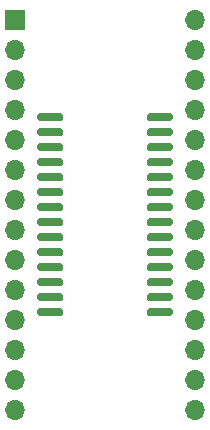
<source format=gbr>
%TF.GenerationSoftware,KiCad,Pcbnew,(5.1.6)-1*%
%TF.CreationDate,2021-05-02T16:05:47+02:00*%
%TF.ProjectId,nv-fram,6e762d66-7261-46d2-9e6b-696361645f70,rev?*%
%TF.SameCoordinates,Original*%
%TF.FileFunction,Soldermask,Top*%
%TF.FilePolarity,Negative*%
%FSLAX46Y46*%
G04 Gerber Fmt 4.6, Leading zero omitted, Abs format (unit mm)*
G04 Created by KiCad (PCBNEW (5.1.6)-1) date 2021-05-02 16:05:47*
%MOMM*%
%LPD*%
G01*
G04 APERTURE LIST*
%ADD10O,1.700000X1.700000*%
%ADD11R,1.700000X1.700000*%
G04 APERTURE END LIST*
%TO.C,U1*%
G36*
G01*
X148355000Y-80820000D02*
X148355000Y-80470000D01*
G75*
G02*
X148530000Y-80295000I175000J0D01*
G01*
X150330000Y-80295000D01*
G75*
G02*
X150505000Y-80470000I0J-175000D01*
G01*
X150505000Y-80820000D01*
G75*
G02*
X150330000Y-80995000I-175000J0D01*
G01*
X148530000Y-80995000D01*
G75*
G02*
X148355000Y-80820000I0J175000D01*
G01*
G37*
G36*
G01*
X148355000Y-82090000D02*
X148355000Y-81740000D01*
G75*
G02*
X148530000Y-81565000I175000J0D01*
G01*
X150330000Y-81565000D01*
G75*
G02*
X150505000Y-81740000I0J-175000D01*
G01*
X150505000Y-82090000D01*
G75*
G02*
X150330000Y-82265000I-175000J0D01*
G01*
X148530000Y-82265000D01*
G75*
G02*
X148355000Y-82090000I0J175000D01*
G01*
G37*
G36*
G01*
X148355000Y-83360000D02*
X148355000Y-83010000D01*
G75*
G02*
X148530000Y-82835000I175000J0D01*
G01*
X150330000Y-82835000D01*
G75*
G02*
X150505000Y-83010000I0J-175000D01*
G01*
X150505000Y-83360000D01*
G75*
G02*
X150330000Y-83535000I-175000J0D01*
G01*
X148530000Y-83535000D01*
G75*
G02*
X148355000Y-83360000I0J175000D01*
G01*
G37*
G36*
G01*
X148355000Y-84630000D02*
X148355000Y-84280000D01*
G75*
G02*
X148530000Y-84105000I175000J0D01*
G01*
X150330000Y-84105000D01*
G75*
G02*
X150505000Y-84280000I0J-175000D01*
G01*
X150505000Y-84630000D01*
G75*
G02*
X150330000Y-84805000I-175000J0D01*
G01*
X148530000Y-84805000D01*
G75*
G02*
X148355000Y-84630000I0J175000D01*
G01*
G37*
G36*
G01*
X148355000Y-85900000D02*
X148355000Y-85550000D01*
G75*
G02*
X148530000Y-85375000I175000J0D01*
G01*
X150330000Y-85375000D01*
G75*
G02*
X150505000Y-85550000I0J-175000D01*
G01*
X150505000Y-85900000D01*
G75*
G02*
X150330000Y-86075000I-175000J0D01*
G01*
X148530000Y-86075000D01*
G75*
G02*
X148355000Y-85900000I0J175000D01*
G01*
G37*
G36*
G01*
X148355000Y-87170000D02*
X148355000Y-86820000D01*
G75*
G02*
X148530000Y-86645000I175000J0D01*
G01*
X150330000Y-86645000D01*
G75*
G02*
X150505000Y-86820000I0J-175000D01*
G01*
X150505000Y-87170000D01*
G75*
G02*
X150330000Y-87345000I-175000J0D01*
G01*
X148530000Y-87345000D01*
G75*
G02*
X148355000Y-87170000I0J175000D01*
G01*
G37*
G36*
G01*
X148355000Y-88440000D02*
X148355000Y-88090000D01*
G75*
G02*
X148530000Y-87915000I175000J0D01*
G01*
X150330000Y-87915000D01*
G75*
G02*
X150505000Y-88090000I0J-175000D01*
G01*
X150505000Y-88440000D01*
G75*
G02*
X150330000Y-88615000I-175000J0D01*
G01*
X148530000Y-88615000D01*
G75*
G02*
X148355000Y-88440000I0J175000D01*
G01*
G37*
G36*
G01*
X148355000Y-89710000D02*
X148355000Y-89360000D01*
G75*
G02*
X148530000Y-89185000I175000J0D01*
G01*
X150330000Y-89185000D01*
G75*
G02*
X150505000Y-89360000I0J-175000D01*
G01*
X150505000Y-89710000D01*
G75*
G02*
X150330000Y-89885000I-175000J0D01*
G01*
X148530000Y-89885000D01*
G75*
G02*
X148355000Y-89710000I0J175000D01*
G01*
G37*
G36*
G01*
X148355000Y-90980000D02*
X148355000Y-90630000D01*
G75*
G02*
X148530000Y-90455000I175000J0D01*
G01*
X150330000Y-90455000D01*
G75*
G02*
X150505000Y-90630000I0J-175000D01*
G01*
X150505000Y-90980000D01*
G75*
G02*
X150330000Y-91155000I-175000J0D01*
G01*
X148530000Y-91155000D01*
G75*
G02*
X148355000Y-90980000I0J175000D01*
G01*
G37*
G36*
G01*
X148355000Y-92250000D02*
X148355000Y-91900000D01*
G75*
G02*
X148530000Y-91725000I175000J0D01*
G01*
X150330000Y-91725000D01*
G75*
G02*
X150505000Y-91900000I0J-175000D01*
G01*
X150505000Y-92250000D01*
G75*
G02*
X150330000Y-92425000I-175000J0D01*
G01*
X148530000Y-92425000D01*
G75*
G02*
X148355000Y-92250000I0J175000D01*
G01*
G37*
G36*
G01*
X148355000Y-93520000D02*
X148355000Y-93170000D01*
G75*
G02*
X148530000Y-92995000I175000J0D01*
G01*
X150330000Y-92995000D01*
G75*
G02*
X150505000Y-93170000I0J-175000D01*
G01*
X150505000Y-93520000D01*
G75*
G02*
X150330000Y-93695000I-175000J0D01*
G01*
X148530000Y-93695000D01*
G75*
G02*
X148355000Y-93520000I0J175000D01*
G01*
G37*
G36*
G01*
X148355000Y-94790000D02*
X148355000Y-94440000D01*
G75*
G02*
X148530000Y-94265000I175000J0D01*
G01*
X150330000Y-94265000D01*
G75*
G02*
X150505000Y-94440000I0J-175000D01*
G01*
X150505000Y-94790000D01*
G75*
G02*
X150330000Y-94965000I-175000J0D01*
G01*
X148530000Y-94965000D01*
G75*
G02*
X148355000Y-94790000I0J175000D01*
G01*
G37*
G36*
G01*
X148355000Y-96060000D02*
X148355000Y-95710000D01*
G75*
G02*
X148530000Y-95535000I175000J0D01*
G01*
X150330000Y-95535000D01*
G75*
G02*
X150505000Y-95710000I0J-175000D01*
G01*
X150505000Y-96060000D01*
G75*
G02*
X150330000Y-96235000I-175000J0D01*
G01*
X148530000Y-96235000D01*
G75*
G02*
X148355000Y-96060000I0J175000D01*
G01*
G37*
G36*
G01*
X148355000Y-97330000D02*
X148355000Y-96980000D01*
G75*
G02*
X148530000Y-96805000I175000J0D01*
G01*
X150330000Y-96805000D01*
G75*
G02*
X150505000Y-96980000I0J-175000D01*
G01*
X150505000Y-97330000D01*
G75*
G02*
X150330000Y-97505000I-175000J0D01*
G01*
X148530000Y-97505000D01*
G75*
G02*
X148355000Y-97330000I0J175000D01*
G01*
G37*
G36*
G01*
X139055000Y-97330000D02*
X139055000Y-96980000D01*
G75*
G02*
X139230000Y-96805000I175000J0D01*
G01*
X141030000Y-96805000D01*
G75*
G02*
X141205000Y-96980000I0J-175000D01*
G01*
X141205000Y-97330000D01*
G75*
G02*
X141030000Y-97505000I-175000J0D01*
G01*
X139230000Y-97505000D01*
G75*
G02*
X139055000Y-97330000I0J175000D01*
G01*
G37*
G36*
G01*
X139055000Y-96060000D02*
X139055000Y-95710000D01*
G75*
G02*
X139230000Y-95535000I175000J0D01*
G01*
X141030000Y-95535000D01*
G75*
G02*
X141205000Y-95710000I0J-175000D01*
G01*
X141205000Y-96060000D01*
G75*
G02*
X141030000Y-96235000I-175000J0D01*
G01*
X139230000Y-96235000D01*
G75*
G02*
X139055000Y-96060000I0J175000D01*
G01*
G37*
G36*
G01*
X139055000Y-94790000D02*
X139055000Y-94440000D01*
G75*
G02*
X139230000Y-94265000I175000J0D01*
G01*
X141030000Y-94265000D01*
G75*
G02*
X141205000Y-94440000I0J-175000D01*
G01*
X141205000Y-94790000D01*
G75*
G02*
X141030000Y-94965000I-175000J0D01*
G01*
X139230000Y-94965000D01*
G75*
G02*
X139055000Y-94790000I0J175000D01*
G01*
G37*
G36*
G01*
X139055000Y-93520000D02*
X139055000Y-93170000D01*
G75*
G02*
X139230000Y-92995000I175000J0D01*
G01*
X141030000Y-92995000D01*
G75*
G02*
X141205000Y-93170000I0J-175000D01*
G01*
X141205000Y-93520000D01*
G75*
G02*
X141030000Y-93695000I-175000J0D01*
G01*
X139230000Y-93695000D01*
G75*
G02*
X139055000Y-93520000I0J175000D01*
G01*
G37*
G36*
G01*
X139055000Y-92250000D02*
X139055000Y-91900000D01*
G75*
G02*
X139230000Y-91725000I175000J0D01*
G01*
X141030000Y-91725000D01*
G75*
G02*
X141205000Y-91900000I0J-175000D01*
G01*
X141205000Y-92250000D01*
G75*
G02*
X141030000Y-92425000I-175000J0D01*
G01*
X139230000Y-92425000D01*
G75*
G02*
X139055000Y-92250000I0J175000D01*
G01*
G37*
G36*
G01*
X139055000Y-90980000D02*
X139055000Y-90630000D01*
G75*
G02*
X139230000Y-90455000I175000J0D01*
G01*
X141030000Y-90455000D01*
G75*
G02*
X141205000Y-90630000I0J-175000D01*
G01*
X141205000Y-90980000D01*
G75*
G02*
X141030000Y-91155000I-175000J0D01*
G01*
X139230000Y-91155000D01*
G75*
G02*
X139055000Y-90980000I0J175000D01*
G01*
G37*
G36*
G01*
X139055000Y-89710000D02*
X139055000Y-89360000D01*
G75*
G02*
X139230000Y-89185000I175000J0D01*
G01*
X141030000Y-89185000D01*
G75*
G02*
X141205000Y-89360000I0J-175000D01*
G01*
X141205000Y-89710000D01*
G75*
G02*
X141030000Y-89885000I-175000J0D01*
G01*
X139230000Y-89885000D01*
G75*
G02*
X139055000Y-89710000I0J175000D01*
G01*
G37*
G36*
G01*
X139055000Y-88440000D02*
X139055000Y-88090000D01*
G75*
G02*
X139230000Y-87915000I175000J0D01*
G01*
X141030000Y-87915000D01*
G75*
G02*
X141205000Y-88090000I0J-175000D01*
G01*
X141205000Y-88440000D01*
G75*
G02*
X141030000Y-88615000I-175000J0D01*
G01*
X139230000Y-88615000D01*
G75*
G02*
X139055000Y-88440000I0J175000D01*
G01*
G37*
G36*
G01*
X139055000Y-87170000D02*
X139055000Y-86820000D01*
G75*
G02*
X139230000Y-86645000I175000J0D01*
G01*
X141030000Y-86645000D01*
G75*
G02*
X141205000Y-86820000I0J-175000D01*
G01*
X141205000Y-87170000D01*
G75*
G02*
X141030000Y-87345000I-175000J0D01*
G01*
X139230000Y-87345000D01*
G75*
G02*
X139055000Y-87170000I0J175000D01*
G01*
G37*
G36*
G01*
X139055000Y-85900000D02*
X139055000Y-85550000D01*
G75*
G02*
X139230000Y-85375000I175000J0D01*
G01*
X141030000Y-85375000D01*
G75*
G02*
X141205000Y-85550000I0J-175000D01*
G01*
X141205000Y-85900000D01*
G75*
G02*
X141030000Y-86075000I-175000J0D01*
G01*
X139230000Y-86075000D01*
G75*
G02*
X139055000Y-85900000I0J175000D01*
G01*
G37*
G36*
G01*
X139055000Y-84630000D02*
X139055000Y-84280000D01*
G75*
G02*
X139230000Y-84105000I175000J0D01*
G01*
X141030000Y-84105000D01*
G75*
G02*
X141205000Y-84280000I0J-175000D01*
G01*
X141205000Y-84630000D01*
G75*
G02*
X141030000Y-84805000I-175000J0D01*
G01*
X139230000Y-84805000D01*
G75*
G02*
X139055000Y-84630000I0J175000D01*
G01*
G37*
G36*
G01*
X139055000Y-83360000D02*
X139055000Y-83010000D01*
G75*
G02*
X139230000Y-82835000I175000J0D01*
G01*
X141030000Y-82835000D01*
G75*
G02*
X141205000Y-83010000I0J-175000D01*
G01*
X141205000Y-83360000D01*
G75*
G02*
X141030000Y-83535000I-175000J0D01*
G01*
X139230000Y-83535000D01*
G75*
G02*
X139055000Y-83360000I0J175000D01*
G01*
G37*
G36*
G01*
X139055000Y-82090000D02*
X139055000Y-81740000D01*
G75*
G02*
X139230000Y-81565000I175000J0D01*
G01*
X141030000Y-81565000D01*
G75*
G02*
X141205000Y-81740000I0J-175000D01*
G01*
X141205000Y-82090000D01*
G75*
G02*
X141030000Y-82265000I-175000J0D01*
G01*
X139230000Y-82265000D01*
G75*
G02*
X139055000Y-82090000I0J175000D01*
G01*
G37*
G36*
G01*
X139055000Y-80820000D02*
X139055000Y-80470000D01*
G75*
G02*
X139230000Y-80295000I175000J0D01*
G01*
X141030000Y-80295000D01*
G75*
G02*
X141205000Y-80470000I0J-175000D01*
G01*
X141205000Y-80820000D01*
G75*
G02*
X141030000Y-80995000I-175000J0D01*
G01*
X139230000Y-80995000D01*
G75*
G02*
X139055000Y-80820000I0J175000D01*
G01*
G37*
%TD*%
D10*
%TO.C,J1*%
X152400000Y-72390000D03*
X137160000Y-105410000D03*
X152400000Y-74930000D03*
X137160000Y-102870000D03*
X152400000Y-77470000D03*
X137160000Y-100330000D03*
X152400000Y-80010000D03*
X137160000Y-97790000D03*
X152400000Y-82550000D03*
X137160000Y-95250000D03*
X152400000Y-85090000D03*
X137160000Y-92710000D03*
X152400000Y-87630000D03*
X137160000Y-90170000D03*
X152400000Y-90170000D03*
X137160000Y-87630000D03*
X152400000Y-92710000D03*
X137160000Y-85090000D03*
X152400000Y-95250000D03*
X137160000Y-82550000D03*
X152400000Y-97790000D03*
X137160000Y-80010000D03*
X152400000Y-100330000D03*
X137160000Y-77470000D03*
X152400000Y-102870000D03*
X137160000Y-74930000D03*
X152400000Y-105410000D03*
D11*
X137160000Y-72390000D03*
%TD*%
M02*

</source>
